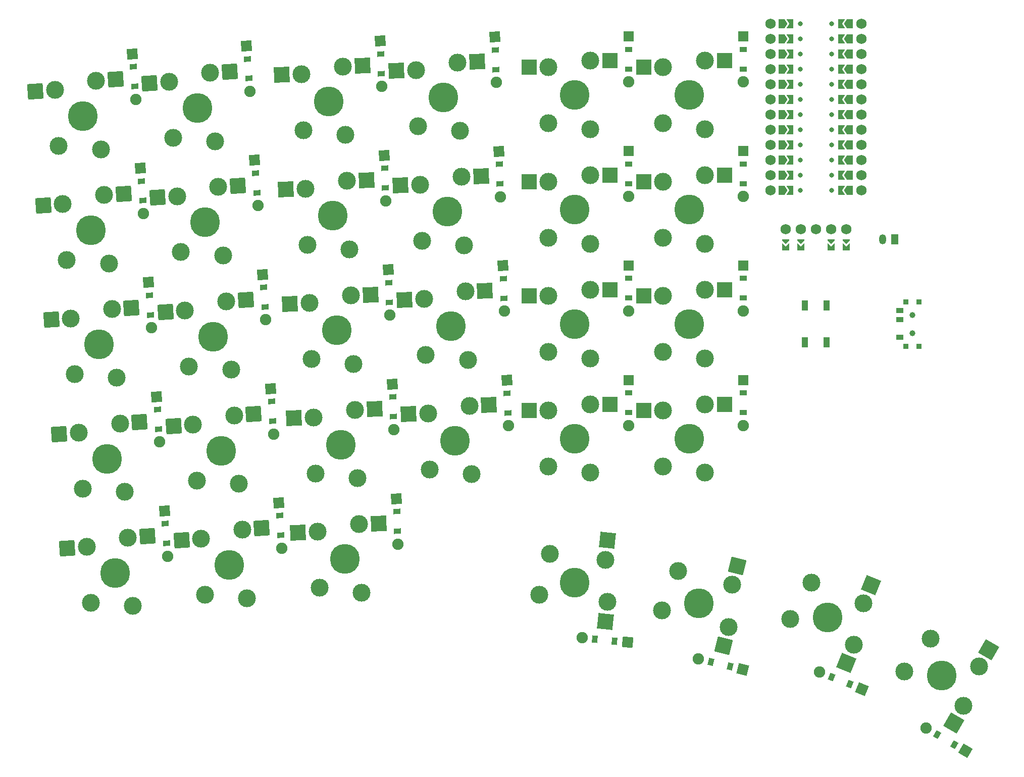
<source format=gbr>
%TF.GenerationSoftware,KiCad,Pcbnew,8.0.2*%
%TF.CreationDate,2024-06-23T16:01:54-05:00*%
%TF.ProjectId,janus,6a616e75-732e-46b6-9963-61645f706362,v1.0.0*%
%TF.SameCoordinates,Original*%
%TF.FileFunction,Soldermask,Top*%
%TF.FilePolarity,Negative*%
%FSLAX46Y46*%
G04 Gerber Fmt 4.6, Leading zero omitted, Abs format (unit mm)*
G04 Created by KiCad (PCBNEW 8.0.2) date 2024-06-23 16:01:54*
%MOMM*%
%LPD*%
G01*
G04 APERTURE LIST*
G04 Aperture macros list*
%AMRotRect*
0 Rectangle, with rotation*
0 The origin of the aperture is its center*
0 $1 length*
0 $2 width*
0 $3 Rotation angle, in degrees counterclockwise*
0 Add horizontal line*
21,1,$1,$2,0,0,$3*%
%AMFreePoly0*
4,1,6,1.000000,0.000000,0.500000,-0.750000,-0.500000,-0.750000,-0.500000,0.750000,0.500000,0.750000,1.000000,0.000000,1.000000,0.000000,$1*%
%AMFreePoly1*
4,1,6,0.500000,-0.750000,-0.650000,-0.750000,-0.150000,0.000000,-0.650000,0.750000,0.500000,0.750000,0.500000,-0.750000,0.500000,-0.750000,$1*%
%AMFreePoly2*
4,1,6,0.600000,-0.250000,-0.600000,-0.250000,-0.600000,1.000000,0.000000,0.400000,0.600000,1.000000,0.600000,-0.250000,0.600000,-0.250000,$1*%
%AMFreePoly3*
4,1,6,0.600000,0.200000,0.000000,-0.400000,-0.600000,0.200000,-0.600000,0.400000,0.600000,0.400000,0.600000,0.200000,0.600000,0.200000,$1*%
G04 Aperture macros list end*
%ADD10R,1.250000X0.900000*%
%ADD11R,0.900000X0.900000*%
%ADD12C,1.000000*%
%ADD13R,1.100000X1.800000*%
%ADD14C,1.905000*%
%ADD15R,1.200000X0.900000*%
%ADD16R,1.778000X1.778000*%
%ADD17RotRect,0.900000X1.200000X274.000000*%
%ADD18RotRect,1.778000X1.778000X274.000000*%
%ADD19RotRect,0.900000X1.200000X158.000000*%
%ADD20RotRect,1.778000X1.778000X158.000000*%
%ADD21RotRect,2.600000X2.600000X256.000000*%
%ADD22C,3.000000*%
%ADD23C,5.000000*%
%ADD24R,2.600000X2.600000*%
%ADD25RotRect,2.600000X2.600000X2.000000*%
%ADD26RotRect,2.600000X2.600000X4.000000*%
%ADD27RotRect,0.900000X1.200000X272.000000*%
%ADD28RotRect,1.778000X1.778000X272.000000*%
%ADD29RotRect,2.600000X2.600000X240.000000*%
%ADD30RotRect,2.600000X2.600000X248.000000*%
%ADD31C,0.800000*%
%ADD32C,1.752600*%
%ADD33FreePoly0,180.000000*%
%ADD34FreePoly1,180.000000*%
%ADD35FreePoly1,0.000000*%
%ADD36FreePoly0,0.000000*%
%ADD37RotRect,2.600000X2.600000X264.000000*%
%ADD38RotRect,0.900000X1.200000X166.000000*%
%ADD39RotRect,1.778000X1.778000X166.000000*%
%ADD40O,1.200000X1.700000*%
%ADD41R,1.200000X1.700000*%
%ADD42RotRect,0.900000X1.200000X174.000000*%
%ADD43RotRect,1.778000X1.778000X174.000000*%
%ADD44RotRect,0.900000X1.200000X150.000000*%
%ADD45RotRect,1.778000X1.778000X150.000000*%
%ADD46FreePoly2,0.000000*%
%ADD47FreePoly3,0.000000*%
G04 APERTURE END LIST*
D10*
%TO.C,T1*%
X181617705Y-111218174D03*
X181617706Y-112718189D03*
X181617705Y-115718174D03*
D11*
X182592712Y-117168175D03*
X184792706Y-117168173D03*
D12*
X183692706Y-114968175D03*
X183692704Y-111968173D03*
D11*
X182592704Y-109768175D03*
X184792698Y-109768173D03*
%TD*%
D13*
%TO.C,B1*%
X165642704Y-116568173D03*
X165642705Y-110368174D03*
X169342703Y-116568174D03*
X169342704Y-110368175D03*
%TD*%
D14*
%TO.C,D21*%
X136092692Y-111278175D03*
D15*
X136092692Y-109118175D03*
X136092692Y-105818175D03*
D16*
X136092692Y-103658175D03*
%TD*%
D14*
%TO.C,D8*%
X75273509Y-112750706D03*
D17*
X75122835Y-110595968D03*
X74892639Y-107304006D03*
D18*
X74741965Y-105149268D03*
%TD*%
D14*
%TO.C,D30*%
X168140271Y-171819176D03*
D19*
X170142988Y-172628327D03*
X173202694Y-173864529D03*
D20*
X175205411Y-174673680D03*
%TD*%
D14*
%TO.C,D22*%
X136092715Y-92078167D03*
D15*
X136092715Y-89918167D03*
X136092715Y-86618167D03*
D16*
X136092715Y-84458167D03*
%TD*%
D21*
%TO.C,S29*%
X152044098Y-167420793D03*
X154303329Y-154019267D03*
D22*
X141677992Y-161460972D03*
X152836393Y-164243074D03*
D23*
X147886189Y-160329254D03*
D22*
X144390253Y-154922918D03*
X153511040Y-157196985D03*
%TD*%
D24*
%TO.C,S26*%
X152167703Y-88518179D03*
X138617703Y-89568180D03*
D22*
X148892703Y-100018178D03*
X148892703Y-88518181D03*
D23*
X146292703Y-94268180D03*
D22*
X141892702Y-98968184D03*
X141892702Y-89568176D03*
%TD*%
D14*
%TO.C,D7*%
X76612830Y-131903928D03*
D17*
X76462156Y-129749190D03*
X76231960Y-126457228D03*
D18*
X76081286Y-124302490D03*
%TD*%
D25*
%TO.C,S12*%
X93504690Y-127725663D03*
X79999592Y-129247919D03*
D22*
X90231688Y-127839967D03*
X90633030Y-139332963D03*
D23*
X87833944Y-133677203D03*
D22*
X83600652Y-138527902D03*
X83272597Y-129133622D03*
%TD*%
D24*
%TO.C,S22*%
X132967708Y-88518174D03*
X119417708Y-89568175D03*
D22*
X129692708Y-100018173D03*
X129692708Y-88518176D03*
D23*
X127092708Y-94268175D03*
D22*
X122692707Y-98968179D03*
X122692707Y-89568171D03*
%TD*%
D14*
%TO.C,D24*%
X155292705Y-130478178D03*
D15*
X155292705Y-128318178D03*
X155292705Y-125018178D03*
D16*
X155292705Y-122858178D03*
%TD*%
D26*
%TO.C,S4*%
X51415242Y-91603467D03*
X37971493Y-93596110D03*
D22*
X48148220Y-91831920D03*
X48950417Y-103303908D03*
D23*
X45955653Y-97749280D03*
D22*
X41894227Y-102744763D03*
X41238516Y-93367656D03*
%TD*%
D14*
%TO.C,D10*%
X72594871Y-74444241D03*
D17*
X72444197Y-72289503D03*
X72214001Y-68997541D03*
D18*
X72063327Y-66842803D03*
%TD*%
D14*
%TO.C,D17*%
X115270255Y-111316070D03*
D27*
X115194872Y-109157386D03*
X115079704Y-105859396D03*
D28*
X115004321Y-103700712D03*
%TD*%
D14*
%TO.C,D13*%
X96081953Y-111986140D03*
D27*
X96006570Y-109827456D03*
X95891402Y-106529466D03*
D28*
X95816019Y-104370782D03*
%TD*%
D14*
%TO.C,D2*%
X57459604Y-133243257D03*
D17*
X57308930Y-131088519D03*
X57078734Y-127796557D03*
D18*
X56928060Y-125641819D03*
%TD*%
D14*
%TO.C,D12*%
X96752020Y-131174446D03*
D27*
X96676637Y-129015762D03*
X96561469Y-125717772D03*
D28*
X96486086Y-123559088D03*
%TD*%
D26*
%TO.C,S9*%
X70568463Y-90264132D03*
X57124714Y-92256775D03*
D22*
X67301441Y-90492585D03*
X68103638Y-101964573D03*
D23*
X65108874Y-96409945D03*
D22*
X61047448Y-101405428D03*
X60391737Y-92028321D03*
%TD*%
D14*
%TO.C,D23*%
X136092711Y-72878176D03*
D15*
X136092711Y-70718176D03*
X136092711Y-67418176D03*
D16*
X136092711Y-65258176D03*
%TD*%
D14*
%TO.C,D15*%
X94741818Y-73609537D03*
D27*
X94666435Y-71450853D03*
X94551267Y-68152863D03*
D28*
X94475884Y-65994179D03*
%TD*%
D29*
%TO.C,S31*%
X190632435Y-180333009D03*
X196498108Y-168073374D03*
D22*
X182310643Y-171746784D03*
X192269935Y-177496784D03*
D23*
X188590289Y-172370118D03*
D22*
X186719970Y-166209606D03*
X194860608Y-170909606D03*
%TD*%
D24*
%TO.C,S23*%
X132967693Y-69318180D03*
X119417693Y-70368181D03*
D22*
X129692693Y-80818179D03*
X129692693Y-69318182D03*
D23*
X127092693Y-75068181D03*
D22*
X122692692Y-79768185D03*
X122692692Y-70368177D03*
%TD*%
D24*
%TO.C,S21*%
X132967704Y-107718175D03*
X119417704Y-108768176D03*
D22*
X129692704Y-119218174D03*
X129692704Y-107718177D03*
D23*
X127092704Y-113468176D03*
D22*
X122692703Y-118168180D03*
X122692703Y-108768172D03*
%TD*%
D14*
%TO.C,D16*%
X115940319Y-130504371D03*
D27*
X115864936Y-128345687D03*
X115749768Y-125047697D03*
D28*
X115674385Y-122889013D03*
%TD*%
D30*
%TO.C,S30*%
X172611682Y-170255314D03*
X176714059Y-157298636D03*
D22*
X173838520Y-167218789D03*
X163175905Y-162910811D03*
D23*
X169481189Y-162654122D03*
D22*
X175487222Y-160335165D03*
X166771695Y-156813863D03*
%TD*%
D14*
%TO.C,D6*%
X77952162Y-151057174D03*
D17*
X77801488Y-148902436D03*
X77571292Y-145610474D03*
D18*
X77420618Y-143455736D03*
%TD*%
D26*
%TO.C,S6*%
X74586440Y-147723821D03*
X61142691Y-149716464D03*
D22*
X71319418Y-147952274D03*
X72121615Y-159424262D03*
D23*
X69126851Y-153869634D03*
D22*
X65065425Y-158865117D03*
X64409714Y-149488010D03*
%TD*%
D25*
%TO.C,S14*%
X92164539Y-89349054D03*
X78659441Y-90871310D03*
D22*
X88891537Y-89463358D03*
X89292879Y-100956354D03*
D23*
X86493793Y-95300594D03*
D22*
X82260501Y-100151293D03*
X81932446Y-90757013D03*
%TD*%
D24*
%TO.C,S20*%
X132967711Y-126918179D03*
X119417711Y-127968180D03*
D22*
X129692711Y-138418178D03*
X129692711Y-126918181D03*
D23*
X127092711Y-132668180D03*
D22*
X122692710Y-137368184D03*
X122692710Y-127968176D03*
%TD*%
D26*
%TO.C,S3*%
X52754557Y-110756681D03*
X39310808Y-112749324D03*
D22*
X49487535Y-110985134D03*
X50289732Y-122457122D03*
D23*
X47294968Y-116902494D03*
D22*
X43233542Y-121897977D03*
X42577831Y-112520870D03*
%TD*%
D31*
%TO.C,MCU1*%
X170112697Y-70718169D03*
X170112697Y-68178170D03*
X170112697Y-73258170D03*
X170112698Y-75798169D03*
X170112699Y-78338168D03*
X170112699Y-80878169D03*
X170112697Y-88498170D03*
X170112698Y-83418170D03*
X170112701Y-85958165D03*
X170112698Y-91038169D03*
X164872698Y-91038170D03*
X164872695Y-88498165D03*
X164872699Y-85958168D03*
X164872699Y-83418169D03*
X164872699Y-80878168D03*
X164872698Y-78338169D03*
X164872697Y-75798170D03*
X164872697Y-73258169D03*
X164872698Y-63098169D03*
X164872699Y-65638168D03*
X170112701Y-65638173D03*
X164872698Y-70718168D03*
X164872695Y-68178173D03*
X170112698Y-63098168D03*
D32*
X175112701Y-80878170D03*
X175112699Y-88498168D03*
X175112699Y-75798168D03*
X175112699Y-70718170D03*
X175112699Y-68178174D03*
X175112698Y-73258169D03*
X175112698Y-65638169D03*
X175112697Y-85958170D03*
X175112697Y-83418168D03*
X175112697Y-78338169D03*
X175112690Y-63098170D03*
X175112683Y-91038167D03*
D33*
X173207699Y-91038169D03*
X173207699Y-73258168D03*
X173207699Y-68178172D03*
X173207699Y-63098166D03*
X173207698Y-88498168D03*
X173207698Y-85958169D03*
X173207698Y-83418170D03*
X173207698Y-65638169D03*
X173207697Y-80878169D03*
X173207697Y-75798170D03*
X173207695Y-78338168D03*
X173207695Y-70718168D03*
D34*
X171757699Y-73258169D03*
X171757693Y-88498168D03*
X171757694Y-80878169D03*
X171757693Y-68178170D03*
X171757693Y-63098169D03*
X171757692Y-91038169D03*
X171757692Y-85958169D03*
X171757692Y-83418169D03*
X171757692Y-75798176D03*
X171757692Y-70718168D03*
X171757692Y-65638168D03*
X171757691Y-78338155D03*
D35*
X163227696Y-73258177D03*
X163227695Y-75798169D03*
X163227695Y-65638170D03*
X163227694Y-88498168D03*
X163227694Y-83418169D03*
X163227694Y-78338169D03*
X163227694Y-70718169D03*
X163227694Y-63098169D03*
X163227693Y-91038168D03*
X163227693Y-85958169D03*
X163227692Y-68178171D03*
X163227691Y-80878169D03*
D36*
X161777701Y-83418170D03*
X161777701Y-75798170D03*
X161777699Y-78338168D03*
X161777699Y-73258169D03*
X161777698Y-88498169D03*
X161777698Y-70718168D03*
X161777698Y-68178169D03*
X161777698Y-65638170D03*
X161777697Y-91038172D03*
X161777697Y-85958166D03*
X161777697Y-80878170D03*
X161777697Y-63098169D03*
D32*
X159872713Y-63098171D03*
X159872706Y-91038168D03*
X159872699Y-75798169D03*
X159872699Y-70718170D03*
X159872699Y-68178168D03*
X159872698Y-88498169D03*
X159872698Y-80878169D03*
X159872697Y-85958164D03*
X159872697Y-83418168D03*
X159872697Y-78338170D03*
X159872697Y-65638170D03*
X159872695Y-73258168D03*
%TD*%
D26*
%TO.C,S8*%
X71907791Y-109417371D03*
X58464042Y-111410014D03*
D22*
X68640769Y-109645824D03*
X69442966Y-121117812D03*
D23*
X66448202Y-115563184D03*
D22*
X62386776Y-120558667D03*
X61731065Y-111181560D03*
%TD*%
D26*
%TO.C,S2*%
X54093884Y-129909922D03*
X40650135Y-131902565D03*
D22*
X50826862Y-130138375D03*
X51629059Y-141610363D03*
D23*
X48634295Y-136055735D03*
D22*
X44572869Y-141051218D03*
X43917158Y-131674111D03*
%TD*%
D14*
%TO.C,D20*%
X136092697Y-130478173D03*
D15*
X136092697Y-128318173D03*
X136092697Y-125018173D03*
D16*
X136092697Y-122858173D03*
%TD*%
D25*
%TO.C,S13*%
X92834621Y-108537367D03*
X79329523Y-110059623D03*
D22*
X89561619Y-108651671D03*
X89962961Y-120144667D03*
D23*
X87163875Y-114488907D03*
D22*
X82930583Y-119339606D03*
X82602528Y-109945326D03*
%TD*%
D37*
%TO.C,S28*%
X132197115Y-163312029D03*
X132569228Y-149726502D03*
D22*
X121102444Y-158852893D03*
X132539445Y-160054969D03*
D23*
X127092718Y-156868174D03*
D22*
X122878390Y-152000993D03*
X132226900Y-152983562D03*
%TD*%
D25*
%TO.C,S19*%
X110682777Y-69490678D03*
X97177679Y-71012934D03*
D22*
X107409775Y-69604982D03*
X107811117Y-81097978D03*
D23*
X105012031Y-75442218D03*
D22*
X100778739Y-80292917D03*
X100450684Y-70898637D03*
%TD*%
D26*
%TO.C,S7*%
X73247114Y-128570585D03*
X59803365Y-130563228D03*
D22*
X69980092Y-128799038D03*
X70782289Y-140271026D03*
D23*
X67787525Y-134716398D03*
D22*
X63726099Y-139711881D03*
X63070388Y-130334774D03*
%TD*%
D14*
%TO.C,D9*%
X73934196Y-93597476D03*
D17*
X73783522Y-91442738D03*
X73553326Y-88150776D03*
D18*
X73402652Y-85996038D03*
%TD*%
D14*
%TO.C,D27*%
X155292704Y-72878181D03*
D15*
X155292704Y-70718181D03*
X155292704Y-67418181D03*
D16*
X155292704Y-65258181D03*
%TD*%
D25*
%TO.C,S17*%
X112022920Y-107867288D03*
X98517822Y-109389544D03*
D22*
X108749918Y-107981592D03*
X109151260Y-119474588D03*
D23*
X106352174Y-113818828D03*
D22*
X102118882Y-118669527D03*
X101790827Y-109275247D03*
%TD*%
D26*
%TO.C,S10*%
X69229122Y-71110907D03*
X55785373Y-73103550D03*
D22*
X65962100Y-71339360D03*
X66764297Y-82811348D03*
D23*
X63769533Y-77256720D03*
D22*
X59708107Y-82252203D03*
X59052396Y-72875096D03*
%TD*%
D14*
%TO.C,D3*%
X56120269Y-114090029D03*
D17*
X55969595Y-111935291D03*
X55739399Y-108643329D03*
D18*
X55588725Y-106488591D03*
%TD*%
D14*
%TO.C,D26*%
X155292710Y-92078168D03*
D15*
X155292710Y-89918168D03*
X155292710Y-86618168D03*
D16*
X155292710Y-84458168D03*
%TD*%
D14*
%TO.C,D29*%
X147833844Y-169591731D03*
D38*
X149929682Y-170114282D03*
X153131658Y-170912624D03*
D39*
X155227496Y-171435175D03*
%TD*%
D24*
%TO.C,S27*%
X152167709Y-69318163D03*
X138617709Y-70368164D03*
D22*
X148892709Y-80818162D03*
X148892709Y-69318165D03*
D23*
X146292709Y-75068164D03*
D22*
X141892708Y-79768168D03*
X141892708Y-70368160D03*
%TD*%
D14*
%TO.C,D18*%
X114600190Y-92127757D03*
D27*
X114524807Y-89969073D03*
X114409639Y-86671083D03*
D28*
X114334256Y-84512399D03*
%TD*%
D40*
%TO.C,JST1*%
X178692709Y-99268170D03*
D41*
X180692707Y-99268170D03*
%TD*%
D26*
%TO.C,S5*%
X50075915Y-72450224D03*
X36632166Y-74442867D03*
D22*
X46808893Y-72678677D03*
X47611090Y-84150665D03*
D23*
X44616326Y-78596037D03*
D22*
X40554900Y-83591520D03*
X39899189Y-74214413D03*
%TD*%
D25*
%TO.C,S15*%
X91494476Y-70160743D03*
X77989378Y-71682999D03*
D22*
X88221474Y-70275047D03*
X88622816Y-81768043D03*
D23*
X85823730Y-76112283D03*
D22*
X81590438Y-80962982D03*
X81262383Y-71568702D03*
%TD*%
D14*
%TO.C,D5*%
X53441644Y-75783563D03*
D17*
X53290970Y-73628825D03*
X53060774Y-70336863D03*
D18*
X52910100Y-68182125D03*
%TD*%
D14*
%TO.C,D1*%
X58798932Y-152396483D03*
D17*
X58648258Y-150241745D03*
X58418062Y-146949783D03*
D18*
X58267388Y-144795045D03*
%TD*%
D14*
%TO.C,D11*%
X97422102Y-150362735D03*
D27*
X97346719Y-148204051D03*
X97231551Y-144906061D03*
D28*
X97156168Y-142747377D03*
%TD*%
D14*
%TO.C,D19*%
X113930127Y-72939464D03*
D27*
X113854744Y-70780780D03*
X113739576Y-67482790D03*
D28*
X113664193Y-65324106D03*
%TD*%
D14*
%TO.C,D28*%
X128329963Y-166047782D03*
D42*
X130478131Y-166273564D03*
X133760055Y-166618508D03*
D43*
X135908223Y-166844290D03*
%TD*%
D26*
%TO.C,S1*%
X55433214Y-149063153D03*
X41989465Y-151055796D03*
D22*
X52166192Y-149291606D03*
X52968389Y-160763594D03*
D23*
X49973625Y-155208966D03*
D22*
X45912199Y-160204449D03*
X45256488Y-150827342D03*
%TD*%
D14*
%TO.C,D25*%
X155292709Y-111278173D03*
D15*
X155292709Y-109118173D03*
X155292709Y-105818173D03*
D16*
X155292709Y-103658173D03*
%TD*%
D14*
%TO.C,D4*%
X54780953Y-94936790D03*
D17*
X54630279Y-92782052D03*
X54400083Y-89490090D03*
D18*
X54249409Y-87335352D03*
%TD*%
D24*
%TO.C,S25*%
X152167714Y-107718174D03*
X138617714Y-108768175D03*
D22*
X148892714Y-119218173D03*
X148892714Y-107718176D03*
D23*
X146292714Y-113468175D03*
D22*
X141892713Y-118168179D03*
X141892713Y-108768171D03*
%TD*%
D14*
%TO.C,D14*%
X95411892Y-92797834D03*
D27*
X95336509Y-90639150D03*
X95221341Y-87341160D03*
D28*
X95145958Y-85182476D03*
%TD*%
D14*
%TO.C,D31*%
X185986887Y-181259358D03*
D44*
X187857501Y-182339360D03*
X190715385Y-183989358D03*
D45*
X192585999Y-185069360D03*
%TD*%
D25*
%TO.C,S18*%
X111352851Y-88678996D03*
X97847753Y-90201252D03*
D22*
X108079849Y-88793300D03*
X108481191Y-100286296D03*
D23*
X105682105Y-94630536D03*
D22*
X101448813Y-99481235D03*
X101120758Y-90086955D03*
%TD*%
D25*
%TO.C,S16*%
X112692983Y-127055591D03*
X99187885Y-128577847D03*
D22*
X109419981Y-127169895D03*
X109821323Y-138662891D03*
D23*
X107022237Y-133007131D03*
D22*
X102788945Y-137857830D03*
X102460890Y-128463550D03*
%TD*%
D25*
%TO.C,S11*%
X94174757Y-146913967D03*
X80669659Y-148436223D03*
D22*
X90901755Y-147028271D03*
X91303097Y-158521267D03*
D23*
X88504011Y-152865507D03*
D22*
X84270719Y-157716206D03*
X83942664Y-148321926D03*
%TD*%
D24*
%TO.C,S24*%
X152167707Y-126918165D03*
X138617707Y-127968166D03*
D22*
X148892707Y-138418164D03*
X148892707Y-126918167D03*
D23*
X146292707Y-132668166D03*
D22*
X141892706Y-137368170D03*
X141892706Y-127968162D03*
%TD*%
D32*
%TO.C,OLED1*%
X172572697Y-97548172D03*
X170032702Y-97548172D03*
X167492702Y-97548172D03*
X164952701Y-97548171D03*
X162412701Y-97548171D03*
D46*
X172572705Y-100880165D03*
D47*
X172572702Y-99703372D03*
X170032709Y-99703373D03*
D46*
X170032706Y-100880173D03*
X164952701Y-100880172D03*
D47*
X164952697Y-99703373D03*
D46*
X162412703Y-100880166D03*
D47*
X162412702Y-99703372D03*
%TD*%
M02*

</source>
